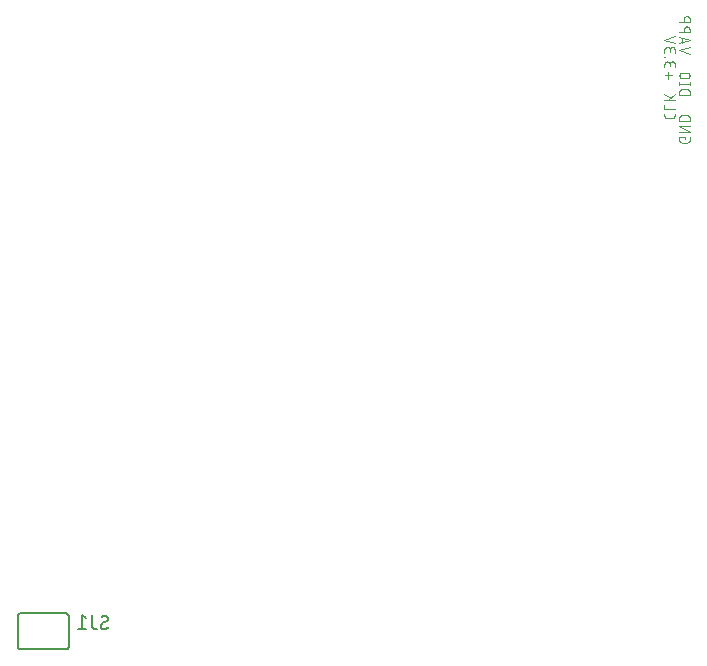
<source format=gbo>
G04 EAGLE Gerber RS-274X export*
G75*
%MOMM*%
%FSLAX34Y34*%
%LPD*%
%INBottom Silkscreen*%
%IPPOS*%
%AMOC8*
5,1,8,0,0,1.08239X$1,22.5*%
G01*
%ADD10C,0.101600*%
%ADD11C,0.152400*%
%ADD12C,0.127000*%


D10*
X606905Y829894D02*
X606905Y831333D01*
X602107Y831333D01*
X602107Y828454D01*
X602109Y828368D01*
X602115Y828282D01*
X602124Y828196D01*
X602138Y828111D01*
X602155Y828027D01*
X602176Y827943D01*
X602201Y827861D01*
X602229Y827780D01*
X602261Y827700D01*
X602297Y827621D01*
X602336Y827545D01*
X602379Y827470D01*
X602424Y827397D01*
X602473Y827326D01*
X602526Y827258D01*
X602581Y827191D01*
X602639Y827128D01*
X602700Y827067D01*
X602763Y827009D01*
X602830Y826954D01*
X602898Y826901D01*
X602969Y826852D01*
X603042Y826807D01*
X603117Y826764D01*
X603193Y826725D01*
X603272Y826689D01*
X603352Y826657D01*
X603433Y826629D01*
X603515Y826604D01*
X603599Y826583D01*
X603683Y826566D01*
X603768Y826552D01*
X603854Y826543D01*
X603940Y826537D01*
X604026Y826535D01*
X608824Y826535D01*
X608910Y826537D01*
X608996Y826543D01*
X609082Y826552D01*
X609167Y826566D01*
X609251Y826583D01*
X609335Y826604D01*
X609417Y826629D01*
X609498Y826657D01*
X609578Y826689D01*
X609657Y826725D01*
X609733Y826764D01*
X609808Y826807D01*
X609881Y826852D01*
X609952Y826901D01*
X610020Y826954D01*
X610087Y827009D01*
X610150Y827067D01*
X610211Y827128D01*
X610269Y827191D01*
X610324Y827258D01*
X610376Y827326D01*
X610426Y827397D01*
X610471Y827470D01*
X610514Y827545D01*
X610553Y827621D01*
X610589Y827700D01*
X610621Y827780D01*
X610649Y827861D01*
X610674Y827943D01*
X610695Y828027D01*
X610712Y828111D01*
X610726Y828196D01*
X610735Y828282D01*
X610741Y828368D01*
X610743Y828454D01*
X610743Y831333D01*
X610743Y835801D02*
X602107Y835801D01*
X602107Y840599D02*
X610743Y835801D01*
X610743Y840599D02*
X602107Y840599D01*
X602107Y845067D02*
X610743Y845067D01*
X610743Y847466D01*
X610741Y847563D01*
X610735Y847659D01*
X610726Y847755D01*
X610712Y847851D01*
X610695Y847946D01*
X610673Y848040D01*
X610648Y848133D01*
X610620Y848226D01*
X610587Y848317D01*
X610551Y848406D01*
X610511Y848494D01*
X610468Y848581D01*
X610422Y848666D01*
X610372Y848748D01*
X610318Y848829D01*
X610262Y848907D01*
X610202Y848983D01*
X610140Y849057D01*
X610074Y849128D01*
X610006Y849196D01*
X609935Y849262D01*
X609861Y849324D01*
X609785Y849384D01*
X609707Y849440D01*
X609626Y849494D01*
X609544Y849544D01*
X609459Y849590D01*
X609372Y849633D01*
X609284Y849673D01*
X609195Y849709D01*
X609104Y849742D01*
X609011Y849770D01*
X608918Y849795D01*
X608824Y849817D01*
X608729Y849834D01*
X608633Y849848D01*
X608537Y849857D01*
X608441Y849863D01*
X608344Y849865D01*
X604506Y849865D01*
X604409Y849863D01*
X604313Y849857D01*
X604217Y849848D01*
X604121Y849834D01*
X604026Y849817D01*
X603932Y849795D01*
X603839Y849770D01*
X603746Y849742D01*
X603655Y849709D01*
X603566Y849673D01*
X603478Y849633D01*
X603391Y849590D01*
X603307Y849544D01*
X603224Y849494D01*
X603143Y849440D01*
X603065Y849384D01*
X602989Y849324D01*
X602915Y849262D01*
X602844Y849196D01*
X602776Y849128D01*
X602710Y849057D01*
X602648Y848983D01*
X602588Y848907D01*
X602532Y848829D01*
X602478Y848748D01*
X602428Y848666D01*
X602382Y848581D01*
X602339Y848494D01*
X602299Y848406D01*
X602263Y848317D01*
X602230Y848226D01*
X602202Y848133D01*
X602177Y848040D01*
X602155Y847946D01*
X602138Y847851D01*
X602124Y847755D01*
X602115Y847659D01*
X602109Y847563D01*
X602107Y847466D01*
X602107Y845067D01*
X589407Y849153D02*
X589407Y851072D01*
X589407Y849153D02*
X589409Y849067D01*
X589415Y848981D01*
X589424Y848895D01*
X589438Y848810D01*
X589455Y848726D01*
X589476Y848642D01*
X589501Y848560D01*
X589529Y848479D01*
X589561Y848399D01*
X589597Y848320D01*
X589636Y848244D01*
X589679Y848169D01*
X589724Y848096D01*
X589773Y848025D01*
X589826Y847957D01*
X589881Y847890D01*
X589939Y847827D01*
X590000Y847766D01*
X590063Y847708D01*
X590130Y847653D01*
X590198Y847600D01*
X590269Y847551D01*
X590342Y847506D01*
X590417Y847463D01*
X590493Y847424D01*
X590572Y847388D01*
X590652Y847356D01*
X590733Y847328D01*
X590815Y847303D01*
X590899Y847282D01*
X590983Y847265D01*
X591068Y847251D01*
X591154Y847242D01*
X591240Y847236D01*
X591326Y847234D01*
X596124Y847234D01*
X596210Y847236D01*
X596296Y847242D01*
X596382Y847251D01*
X596467Y847265D01*
X596551Y847282D01*
X596635Y847303D01*
X596717Y847328D01*
X596798Y847356D01*
X596878Y847388D01*
X596957Y847424D01*
X597033Y847463D01*
X597108Y847506D01*
X597181Y847551D01*
X597252Y847600D01*
X597320Y847653D01*
X597387Y847708D01*
X597450Y847766D01*
X597511Y847827D01*
X597569Y847890D01*
X597624Y847957D01*
X597676Y848025D01*
X597726Y848096D01*
X597771Y848169D01*
X597814Y848244D01*
X597853Y848320D01*
X597889Y848399D01*
X597921Y848479D01*
X597949Y848560D01*
X597974Y848642D01*
X597995Y848726D01*
X598012Y848810D01*
X598026Y848895D01*
X598035Y848981D01*
X598041Y849067D01*
X598043Y849153D01*
X598043Y851072D01*
X598043Y854811D02*
X589407Y854811D01*
X589407Y858649D01*
X589407Y862469D02*
X598043Y862469D01*
X598043Y867267D02*
X592765Y862469D01*
X594685Y864388D02*
X589407Y867267D01*
X602107Y866807D02*
X610743Y866807D01*
X610743Y869206D01*
X610741Y869303D01*
X610735Y869399D01*
X610726Y869495D01*
X610712Y869591D01*
X610695Y869686D01*
X610673Y869780D01*
X610648Y869873D01*
X610620Y869966D01*
X610587Y870057D01*
X610551Y870146D01*
X610511Y870234D01*
X610468Y870321D01*
X610422Y870406D01*
X610372Y870488D01*
X610318Y870569D01*
X610262Y870647D01*
X610202Y870723D01*
X610140Y870797D01*
X610074Y870868D01*
X610006Y870936D01*
X609935Y871002D01*
X609861Y871064D01*
X609785Y871124D01*
X609707Y871180D01*
X609626Y871234D01*
X609544Y871284D01*
X609459Y871330D01*
X609372Y871373D01*
X609284Y871413D01*
X609195Y871449D01*
X609104Y871482D01*
X609011Y871510D01*
X608918Y871535D01*
X608824Y871557D01*
X608729Y871574D01*
X608633Y871588D01*
X608537Y871597D01*
X608441Y871603D01*
X608344Y871605D01*
X604506Y871605D01*
X604409Y871603D01*
X604313Y871597D01*
X604217Y871588D01*
X604121Y871574D01*
X604026Y871557D01*
X603932Y871535D01*
X603839Y871510D01*
X603746Y871482D01*
X603655Y871449D01*
X603566Y871413D01*
X603478Y871373D01*
X603391Y871330D01*
X603307Y871284D01*
X603224Y871234D01*
X603143Y871180D01*
X603065Y871124D01*
X602989Y871064D01*
X602915Y871002D01*
X602844Y870936D01*
X602776Y870868D01*
X602710Y870797D01*
X602648Y870723D01*
X602588Y870647D01*
X602532Y870569D01*
X602478Y870488D01*
X602428Y870406D01*
X602382Y870321D01*
X602339Y870234D01*
X602299Y870146D01*
X602263Y870057D01*
X602230Y869966D01*
X602202Y869873D01*
X602177Y869780D01*
X602155Y869686D01*
X602138Y869591D01*
X602124Y869495D01*
X602115Y869399D01*
X602109Y869303D01*
X602107Y869206D01*
X602107Y866807D01*
X602107Y876445D02*
X610743Y876445D01*
X602107Y875485D02*
X602107Y877404D01*
X610743Y877404D02*
X610743Y875485D01*
X608344Y880995D02*
X604506Y880995D01*
X608344Y880995D02*
X608441Y880997D01*
X608537Y881003D01*
X608633Y881012D01*
X608729Y881026D01*
X608824Y881043D01*
X608918Y881065D01*
X609011Y881090D01*
X609104Y881118D01*
X609195Y881151D01*
X609284Y881187D01*
X609372Y881227D01*
X609459Y881270D01*
X609544Y881316D01*
X609626Y881366D01*
X609707Y881420D01*
X609785Y881476D01*
X609861Y881536D01*
X609935Y881598D01*
X610006Y881664D01*
X610074Y881732D01*
X610140Y881803D01*
X610202Y881877D01*
X610262Y881953D01*
X610318Y882031D01*
X610372Y882112D01*
X610422Y882195D01*
X610468Y882279D01*
X610511Y882366D01*
X610551Y882454D01*
X610587Y882543D01*
X610620Y882634D01*
X610648Y882727D01*
X610673Y882820D01*
X610695Y882914D01*
X610712Y883009D01*
X610726Y883105D01*
X610735Y883201D01*
X610741Y883297D01*
X610743Y883394D01*
X610741Y883491D01*
X610735Y883587D01*
X610726Y883683D01*
X610712Y883779D01*
X610695Y883874D01*
X610673Y883968D01*
X610648Y884061D01*
X610620Y884154D01*
X610587Y884245D01*
X610551Y884334D01*
X610511Y884422D01*
X610468Y884509D01*
X610422Y884594D01*
X610372Y884676D01*
X610318Y884757D01*
X610262Y884835D01*
X610202Y884911D01*
X610140Y884985D01*
X610074Y885056D01*
X610006Y885124D01*
X609935Y885190D01*
X609861Y885252D01*
X609785Y885312D01*
X609707Y885368D01*
X609626Y885422D01*
X609544Y885472D01*
X609459Y885518D01*
X609372Y885561D01*
X609284Y885601D01*
X609195Y885637D01*
X609104Y885670D01*
X609011Y885698D01*
X608918Y885723D01*
X608824Y885745D01*
X608729Y885762D01*
X608633Y885776D01*
X608537Y885785D01*
X608441Y885791D01*
X608344Y885793D01*
X604506Y885793D01*
X604409Y885791D01*
X604313Y885785D01*
X604217Y885776D01*
X604121Y885762D01*
X604026Y885745D01*
X603932Y885723D01*
X603839Y885698D01*
X603746Y885670D01*
X603655Y885637D01*
X603566Y885601D01*
X603478Y885561D01*
X603391Y885518D01*
X603307Y885472D01*
X603224Y885422D01*
X603143Y885368D01*
X603065Y885312D01*
X602989Y885252D01*
X602915Y885190D01*
X602844Y885124D01*
X602776Y885056D01*
X602710Y884985D01*
X602648Y884911D01*
X602588Y884835D01*
X602532Y884757D01*
X602478Y884676D01*
X602428Y884594D01*
X602382Y884509D01*
X602339Y884422D01*
X602299Y884334D01*
X602263Y884245D01*
X602230Y884154D01*
X602202Y884061D01*
X602177Y883968D01*
X602155Y883874D01*
X602138Y883779D01*
X602124Y883683D01*
X602115Y883587D01*
X602109Y883491D01*
X602107Y883394D01*
X602109Y883297D01*
X602115Y883201D01*
X602124Y883105D01*
X602138Y883009D01*
X602155Y882914D01*
X602177Y882820D01*
X602202Y882727D01*
X602230Y882634D01*
X602263Y882543D01*
X602299Y882454D01*
X602339Y882366D01*
X602382Y882279D01*
X602428Y882195D01*
X602478Y882112D01*
X602532Y882031D01*
X602588Y881953D01*
X602648Y881877D01*
X602710Y881803D01*
X602776Y881732D01*
X602844Y881664D01*
X602915Y881598D01*
X602989Y881536D01*
X603065Y881476D01*
X603143Y881420D01*
X603224Y881366D01*
X603307Y881316D01*
X603391Y881270D01*
X603478Y881227D01*
X603566Y881187D01*
X603655Y881151D01*
X603746Y881118D01*
X603839Y881090D01*
X603932Y881065D01*
X604026Y881043D01*
X604121Y881026D01*
X604217Y881012D01*
X604313Y881003D01*
X604409Y880997D01*
X604506Y880995D01*
X592765Y880589D02*
X592765Y886347D01*
X589887Y883468D02*
X595644Y883468D01*
X589407Y890335D02*
X589407Y892734D01*
X589409Y892831D01*
X589415Y892927D01*
X589424Y893023D01*
X589438Y893119D01*
X589455Y893214D01*
X589477Y893308D01*
X589502Y893401D01*
X589530Y893494D01*
X589563Y893585D01*
X589599Y893674D01*
X589639Y893762D01*
X589682Y893849D01*
X589728Y893934D01*
X589778Y894016D01*
X589832Y894097D01*
X589888Y894175D01*
X589948Y894251D01*
X590010Y894325D01*
X590076Y894396D01*
X590144Y894464D01*
X590215Y894530D01*
X590289Y894592D01*
X590365Y894652D01*
X590443Y894708D01*
X590524Y894762D01*
X590607Y894812D01*
X590691Y894858D01*
X590778Y894901D01*
X590866Y894941D01*
X590955Y894977D01*
X591046Y895010D01*
X591139Y895038D01*
X591232Y895063D01*
X591326Y895085D01*
X591421Y895102D01*
X591517Y895116D01*
X591613Y895125D01*
X591709Y895131D01*
X591806Y895133D01*
X591903Y895131D01*
X591999Y895125D01*
X592095Y895116D01*
X592191Y895102D01*
X592286Y895085D01*
X592380Y895063D01*
X592473Y895038D01*
X592566Y895010D01*
X592657Y894977D01*
X592746Y894941D01*
X592834Y894901D01*
X592921Y894858D01*
X593006Y894812D01*
X593088Y894762D01*
X593169Y894708D01*
X593247Y894652D01*
X593323Y894592D01*
X593397Y894530D01*
X593468Y894464D01*
X593536Y894396D01*
X593602Y894325D01*
X593664Y894251D01*
X593724Y894175D01*
X593780Y894097D01*
X593834Y894016D01*
X593884Y893934D01*
X593930Y893849D01*
X593973Y893762D01*
X594013Y893674D01*
X594049Y893585D01*
X594082Y893494D01*
X594110Y893401D01*
X594135Y893308D01*
X594157Y893214D01*
X594174Y893119D01*
X594188Y893023D01*
X594197Y892927D01*
X594203Y892831D01*
X594205Y892734D01*
X598043Y893214D02*
X598043Y890335D01*
X598043Y893214D02*
X598041Y893300D01*
X598035Y893386D01*
X598026Y893472D01*
X598012Y893557D01*
X597995Y893641D01*
X597974Y893725D01*
X597949Y893807D01*
X597921Y893888D01*
X597889Y893968D01*
X597853Y894047D01*
X597814Y894123D01*
X597771Y894198D01*
X597726Y894271D01*
X597677Y894342D01*
X597624Y894410D01*
X597569Y894477D01*
X597511Y894540D01*
X597450Y894601D01*
X597387Y894659D01*
X597320Y894714D01*
X597252Y894767D01*
X597181Y894816D01*
X597108Y894861D01*
X597033Y894904D01*
X596957Y894943D01*
X596878Y894979D01*
X596798Y895011D01*
X596717Y895039D01*
X596635Y895064D01*
X596551Y895085D01*
X596467Y895102D01*
X596382Y895116D01*
X596296Y895125D01*
X596210Y895131D01*
X596124Y895133D01*
X596038Y895131D01*
X595952Y895125D01*
X595866Y895116D01*
X595781Y895102D01*
X595697Y895085D01*
X595613Y895064D01*
X595531Y895039D01*
X595450Y895011D01*
X595370Y894979D01*
X595291Y894943D01*
X595215Y894904D01*
X595140Y894861D01*
X595067Y894816D01*
X594996Y894767D01*
X594928Y894714D01*
X594861Y894659D01*
X594798Y894601D01*
X594737Y894540D01*
X594679Y894477D01*
X594624Y894410D01*
X594571Y894342D01*
X594522Y894271D01*
X594477Y894198D01*
X594434Y894123D01*
X594395Y894047D01*
X594359Y893968D01*
X594327Y893888D01*
X594299Y893807D01*
X594274Y893725D01*
X594253Y893641D01*
X594236Y893557D01*
X594222Y893472D01*
X594213Y893386D01*
X594207Y893300D01*
X594205Y893214D01*
X594205Y891295D01*
X589887Y898575D02*
X589407Y898575D01*
X589887Y898575D02*
X589887Y899054D01*
X589407Y899054D01*
X589407Y898575D01*
X589407Y902496D02*
X589407Y904895D01*
X589409Y904992D01*
X589415Y905088D01*
X589424Y905184D01*
X589438Y905280D01*
X589455Y905375D01*
X589477Y905469D01*
X589502Y905562D01*
X589530Y905655D01*
X589563Y905746D01*
X589599Y905835D01*
X589639Y905923D01*
X589682Y906010D01*
X589728Y906095D01*
X589778Y906177D01*
X589832Y906258D01*
X589888Y906336D01*
X589948Y906412D01*
X590010Y906486D01*
X590076Y906557D01*
X590144Y906625D01*
X590215Y906691D01*
X590289Y906753D01*
X590365Y906813D01*
X590443Y906869D01*
X590524Y906923D01*
X590607Y906973D01*
X590691Y907019D01*
X590778Y907062D01*
X590866Y907102D01*
X590955Y907138D01*
X591046Y907171D01*
X591139Y907199D01*
X591232Y907224D01*
X591326Y907246D01*
X591421Y907263D01*
X591517Y907277D01*
X591613Y907286D01*
X591709Y907292D01*
X591806Y907294D01*
X591903Y907292D01*
X591999Y907286D01*
X592095Y907277D01*
X592191Y907263D01*
X592286Y907246D01*
X592380Y907224D01*
X592473Y907199D01*
X592566Y907171D01*
X592657Y907138D01*
X592746Y907102D01*
X592834Y907062D01*
X592921Y907019D01*
X593006Y906973D01*
X593088Y906923D01*
X593169Y906869D01*
X593247Y906813D01*
X593323Y906753D01*
X593397Y906691D01*
X593468Y906625D01*
X593536Y906557D01*
X593602Y906486D01*
X593664Y906412D01*
X593724Y906336D01*
X593780Y906258D01*
X593834Y906177D01*
X593884Y906095D01*
X593930Y906010D01*
X593973Y905923D01*
X594013Y905835D01*
X594049Y905746D01*
X594082Y905655D01*
X594110Y905562D01*
X594135Y905469D01*
X594157Y905375D01*
X594174Y905280D01*
X594188Y905184D01*
X594197Y905088D01*
X594203Y904992D01*
X594205Y904895D01*
X598043Y905375D02*
X598043Y902496D01*
X598043Y905375D02*
X598041Y905461D01*
X598035Y905547D01*
X598026Y905633D01*
X598012Y905718D01*
X597995Y905802D01*
X597974Y905886D01*
X597949Y905968D01*
X597921Y906049D01*
X597889Y906129D01*
X597853Y906208D01*
X597814Y906284D01*
X597771Y906359D01*
X597726Y906432D01*
X597677Y906503D01*
X597624Y906571D01*
X597569Y906638D01*
X597511Y906701D01*
X597450Y906762D01*
X597387Y906820D01*
X597320Y906875D01*
X597252Y906928D01*
X597181Y906977D01*
X597108Y907022D01*
X597033Y907065D01*
X596957Y907104D01*
X596878Y907140D01*
X596798Y907172D01*
X596717Y907200D01*
X596635Y907225D01*
X596551Y907246D01*
X596467Y907263D01*
X596382Y907277D01*
X596296Y907286D01*
X596210Y907292D01*
X596124Y907294D01*
X596038Y907292D01*
X595952Y907286D01*
X595866Y907277D01*
X595781Y907263D01*
X595697Y907246D01*
X595613Y907225D01*
X595531Y907200D01*
X595450Y907172D01*
X595370Y907140D01*
X595291Y907104D01*
X595215Y907065D01*
X595140Y907022D01*
X595067Y906977D01*
X594996Y906928D01*
X594928Y906875D01*
X594861Y906820D01*
X594798Y906762D01*
X594737Y906701D01*
X594679Y906638D01*
X594624Y906571D01*
X594571Y906503D01*
X594522Y906432D01*
X594477Y906359D01*
X594434Y906284D01*
X594395Y906208D01*
X594359Y906129D01*
X594327Y906049D01*
X594299Y905968D01*
X594274Y905886D01*
X594253Y905802D01*
X594236Y905718D01*
X594222Y905633D01*
X594213Y905547D01*
X594207Y905461D01*
X594205Y905375D01*
X594205Y903456D01*
X598043Y910703D02*
X589407Y913582D01*
X598043Y916461D01*
X602107Y904565D02*
X610743Y901687D01*
X610743Y907444D02*
X602107Y904565D01*
X602107Y910374D02*
X610743Y913252D01*
X602107Y916131D01*
X604266Y915411D02*
X604266Y911093D01*
X602107Y919979D02*
X610743Y919979D01*
X610743Y922378D01*
X610741Y922475D01*
X610735Y922571D01*
X610726Y922667D01*
X610712Y922763D01*
X610695Y922858D01*
X610673Y922952D01*
X610648Y923045D01*
X610620Y923138D01*
X610587Y923229D01*
X610551Y923318D01*
X610511Y923406D01*
X610468Y923493D01*
X610422Y923578D01*
X610372Y923660D01*
X610318Y923741D01*
X610262Y923819D01*
X610202Y923895D01*
X610140Y923969D01*
X610074Y924040D01*
X610006Y924108D01*
X609935Y924174D01*
X609861Y924236D01*
X609785Y924296D01*
X609707Y924352D01*
X609626Y924406D01*
X609544Y924456D01*
X609459Y924502D01*
X609372Y924545D01*
X609284Y924585D01*
X609195Y924621D01*
X609104Y924654D01*
X609011Y924682D01*
X608918Y924707D01*
X608824Y924729D01*
X608729Y924746D01*
X608633Y924760D01*
X608537Y924769D01*
X608441Y924775D01*
X608344Y924777D01*
X608247Y924775D01*
X608151Y924769D01*
X608055Y924760D01*
X607959Y924746D01*
X607864Y924729D01*
X607770Y924707D01*
X607677Y924682D01*
X607584Y924654D01*
X607493Y924621D01*
X607404Y924585D01*
X607316Y924545D01*
X607229Y924502D01*
X607145Y924456D01*
X607062Y924406D01*
X606981Y924352D01*
X606903Y924296D01*
X606827Y924236D01*
X606753Y924174D01*
X606682Y924108D01*
X606614Y924040D01*
X606548Y923969D01*
X606486Y923895D01*
X606426Y923819D01*
X606370Y923741D01*
X606316Y923660D01*
X606266Y923578D01*
X606220Y923493D01*
X606177Y923406D01*
X606137Y923318D01*
X606101Y923229D01*
X606068Y923138D01*
X606040Y923045D01*
X606015Y922952D01*
X605993Y922858D01*
X605976Y922763D01*
X605962Y922667D01*
X605953Y922571D01*
X605947Y922475D01*
X605945Y922378D01*
X605945Y919979D01*
X602107Y928665D02*
X610743Y928665D01*
X610743Y931064D01*
X610741Y931161D01*
X610735Y931257D01*
X610726Y931353D01*
X610712Y931449D01*
X610695Y931544D01*
X610673Y931638D01*
X610648Y931731D01*
X610620Y931824D01*
X610587Y931915D01*
X610551Y932004D01*
X610511Y932092D01*
X610468Y932179D01*
X610422Y932264D01*
X610372Y932346D01*
X610318Y932427D01*
X610262Y932505D01*
X610202Y932581D01*
X610140Y932655D01*
X610074Y932726D01*
X610006Y932794D01*
X609935Y932860D01*
X609861Y932922D01*
X609785Y932982D01*
X609707Y933038D01*
X609626Y933092D01*
X609544Y933142D01*
X609459Y933188D01*
X609372Y933231D01*
X609284Y933271D01*
X609195Y933307D01*
X609104Y933340D01*
X609011Y933368D01*
X608918Y933393D01*
X608824Y933415D01*
X608729Y933432D01*
X608633Y933446D01*
X608537Y933455D01*
X608441Y933461D01*
X608344Y933463D01*
X608247Y933461D01*
X608151Y933455D01*
X608055Y933446D01*
X607959Y933432D01*
X607864Y933415D01*
X607770Y933393D01*
X607677Y933368D01*
X607584Y933340D01*
X607493Y933307D01*
X607404Y933271D01*
X607316Y933231D01*
X607229Y933188D01*
X607145Y933142D01*
X607062Y933092D01*
X606981Y933038D01*
X606903Y932982D01*
X606827Y932922D01*
X606753Y932860D01*
X606682Y932794D01*
X606614Y932726D01*
X606548Y932655D01*
X606486Y932581D01*
X606426Y932505D01*
X606370Y932427D01*
X606316Y932346D01*
X606266Y932264D01*
X606220Y932179D01*
X606177Y932092D01*
X606137Y932004D01*
X606101Y931915D01*
X606068Y931824D01*
X606040Y931731D01*
X606015Y931638D01*
X605993Y931544D01*
X605976Y931449D01*
X605962Y931353D01*
X605953Y931257D01*
X605947Y931161D01*
X605945Y931064D01*
X605945Y928665D01*
D11*
X82550Y427990D02*
X44450Y427990D01*
X82550Y397510D02*
X82650Y397512D01*
X82749Y397518D01*
X82849Y397528D01*
X82947Y397541D01*
X83046Y397559D01*
X83143Y397580D01*
X83239Y397605D01*
X83335Y397634D01*
X83429Y397667D01*
X83522Y397703D01*
X83613Y397743D01*
X83703Y397787D01*
X83791Y397834D01*
X83877Y397884D01*
X83961Y397938D01*
X84043Y397995D01*
X84122Y398055D01*
X84200Y398119D01*
X84274Y398185D01*
X84346Y398254D01*
X84415Y398326D01*
X84481Y398400D01*
X84545Y398478D01*
X84605Y398557D01*
X84662Y398639D01*
X84716Y398723D01*
X84766Y398809D01*
X84813Y398897D01*
X84857Y398987D01*
X84897Y399078D01*
X84933Y399171D01*
X84966Y399265D01*
X84995Y399361D01*
X85020Y399457D01*
X85041Y399554D01*
X85059Y399653D01*
X85072Y399751D01*
X85082Y399851D01*
X85088Y399950D01*
X85090Y400050D01*
X44450Y397510D02*
X44350Y397512D01*
X44251Y397518D01*
X44151Y397528D01*
X44053Y397541D01*
X43954Y397559D01*
X43857Y397580D01*
X43761Y397605D01*
X43665Y397634D01*
X43571Y397667D01*
X43478Y397703D01*
X43387Y397743D01*
X43297Y397787D01*
X43209Y397834D01*
X43123Y397884D01*
X43039Y397938D01*
X42957Y397995D01*
X42878Y398055D01*
X42800Y398119D01*
X42726Y398185D01*
X42654Y398254D01*
X42585Y398326D01*
X42519Y398400D01*
X42455Y398478D01*
X42395Y398557D01*
X42338Y398639D01*
X42284Y398723D01*
X42234Y398809D01*
X42187Y398897D01*
X42143Y398987D01*
X42103Y399078D01*
X42067Y399171D01*
X42034Y399265D01*
X42005Y399361D01*
X41980Y399457D01*
X41959Y399554D01*
X41941Y399653D01*
X41928Y399751D01*
X41918Y399851D01*
X41912Y399950D01*
X41910Y400050D01*
X41910Y425450D02*
X41912Y425550D01*
X41918Y425649D01*
X41928Y425749D01*
X41941Y425847D01*
X41959Y425946D01*
X41980Y426043D01*
X42005Y426139D01*
X42034Y426235D01*
X42067Y426329D01*
X42103Y426422D01*
X42143Y426513D01*
X42187Y426603D01*
X42234Y426691D01*
X42284Y426777D01*
X42338Y426861D01*
X42395Y426943D01*
X42455Y427022D01*
X42519Y427100D01*
X42585Y427174D01*
X42654Y427246D01*
X42726Y427315D01*
X42800Y427381D01*
X42878Y427445D01*
X42957Y427505D01*
X43039Y427562D01*
X43123Y427616D01*
X43209Y427666D01*
X43297Y427713D01*
X43387Y427757D01*
X43478Y427797D01*
X43571Y427833D01*
X43665Y427866D01*
X43761Y427895D01*
X43857Y427920D01*
X43954Y427941D01*
X44053Y427959D01*
X44151Y427972D01*
X44251Y427982D01*
X44350Y427988D01*
X44450Y427990D01*
X82550Y427990D02*
X82650Y427988D01*
X82749Y427982D01*
X82849Y427972D01*
X82947Y427959D01*
X83046Y427941D01*
X83143Y427920D01*
X83239Y427895D01*
X83335Y427866D01*
X83429Y427833D01*
X83522Y427797D01*
X83613Y427757D01*
X83703Y427713D01*
X83791Y427666D01*
X83877Y427616D01*
X83961Y427562D01*
X84043Y427505D01*
X84122Y427445D01*
X84200Y427381D01*
X84274Y427315D01*
X84346Y427246D01*
X84415Y427174D01*
X84481Y427100D01*
X84545Y427022D01*
X84605Y426943D01*
X84662Y426861D01*
X84716Y426777D01*
X84766Y426691D01*
X84813Y426603D01*
X84857Y426513D01*
X84897Y426422D01*
X84933Y426329D01*
X84966Y426235D01*
X84995Y426139D01*
X85020Y426043D01*
X85041Y425946D01*
X85059Y425847D01*
X85072Y425749D01*
X85082Y425649D01*
X85088Y425550D01*
X85090Y425450D01*
X85090Y400050D01*
X41910Y400050D02*
X41910Y425450D01*
X44450Y397510D02*
X82550Y397510D01*
D12*
X112395Y417195D02*
X112397Y417095D01*
X112403Y416996D01*
X112413Y416896D01*
X112426Y416798D01*
X112444Y416699D01*
X112465Y416602D01*
X112490Y416506D01*
X112519Y416410D01*
X112552Y416316D01*
X112588Y416223D01*
X112628Y416132D01*
X112672Y416042D01*
X112719Y415954D01*
X112769Y415868D01*
X112823Y415784D01*
X112880Y415702D01*
X112940Y415623D01*
X113004Y415545D01*
X113070Y415471D01*
X113139Y415399D01*
X113211Y415330D01*
X113285Y415264D01*
X113363Y415200D01*
X113442Y415140D01*
X113524Y415083D01*
X113608Y415029D01*
X113694Y414979D01*
X113782Y414932D01*
X113872Y414888D01*
X113963Y414848D01*
X114056Y414812D01*
X114150Y414779D01*
X114246Y414750D01*
X114342Y414725D01*
X114439Y414704D01*
X114538Y414686D01*
X114636Y414673D01*
X114736Y414663D01*
X114835Y414657D01*
X114935Y414655D01*
X115076Y414657D01*
X115217Y414662D01*
X115358Y414672D01*
X115499Y414685D01*
X115639Y414701D01*
X115779Y414722D01*
X115918Y414746D01*
X116057Y414774D01*
X116194Y414805D01*
X116331Y414840D01*
X116467Y414878D01*
X116602Y414920D01*
X116735Y414966D01*
X116868Y415015D01*
X116999Y415068D01*
X117128Y415124D01*
X117257Y415183D01*
X117383Y415246D01*
X117508Y415312D01*
X117631Y415381D01*
X117752Y415454D01*
X117871Y415530D01*
X117989Y415609D01*
X118104Y415690D01*
X118216Y415775D01*
X118327Y415863D01*
X118435Y415954D01*
X118541Y416047D01*
X118644Y416144D01*
X118745Y416243D01*
X118427Y423545D02*
X118425Y423645D01*
X118419Y423744D01*
X118409Y423844D01*
X118396Y423942D01*
X118378Y424041D01*
X118357Y424138D01*
X118332Y424234D01*
X118303Y424330D01*
X118270Y424424D01*
X118234Y424517D01*
X118194Y424608D01*
X118150Y424698D01*
X118103Y424786D01*
X118053Y424872D01*
X117999Y424956D01*
X117942Y425038D01*
X117882Y425117D01*
X117818Y425195D01*
X117752Y425269D01*
X117683Y425341D01*
X117611Y425410D01*
X117537Y425476D01*
X117459Y425540D01*
X117380Y425600D01*
X117298Y425657D01*
X117214Y425711D01*
X117128Y425761D01*
X117040Y425808D01*
X116950Y425852D01*
X116859Y425892D01*
X116766Y425928D01*
X116672Y425961D01*
X116576Y425990D01*
X116480Y426015D01*
X116383Y426036D01*
X116284Y426054D01*
X116186Y426067D01*
X116086Y426077D01*
X115987Y426083D01*
X115887Y426085D01*
X115887Y426086D02*
X115754Y426084D01*
X115621Y426079D01*
X115488Y426069D01*
X115355Y426056D01*
X115223Y426039D01*
X115091Y426019D01*
X114960Y425995D01*
X114830Y425967D01*
X114700Y425936D01*
X114572Y425901D01*
X114444Y425862D01*
X114318Y425820D01*
X114193Y425774D01*
X114069Y425725D01*
X113946Y425673D01*
X113825Y425617D01*
X113706Y425557D01*
X113588Y425495D01*
X113473Y425429D01*
X113359Y425360D01*
X113247Y425287D01*
X113137Y425212D01*
X113029Y425133D01*
X117158Y421322D02*
X117242Y421374D01*
X117325Y421429D01*
X117405Y421488D01*
X117483Y421549D01*
X117558Y421613D01*
X117631Y421681D01*
X117702Y421751D01*
X117769Y421823D01*
X117834Y421898D01*
X117896Y421976D01*
X117955Y422056D01*
X118011Y422138D01*
X118063Y422222D01*
X118112Y422308D01*
X118158Y422396D01*
X118201Y422486D01*
X118240Y422577D01*
X118275Y422670D01*
X118307Y422764D01*
X118335Y422859D01*
X118360Y422955D01*
X118380Y423052D01*
X118398Y423150D01*
X118411Y423248D01*
X118420Y423347D01*
X118426Y423446D01*
X118428Y423545D01*
X113665Y419418D02*
X113581Y419366D01*
X113498Y419311D01*
X113418Y419252D01*
X113340Y419191D01*
X113265Y419127D01*
X113192Y419059D01*
X113121Y418989D01*
X113054Y418917D01*
X112989Y418842D01*
X112927Y418764D01*
X112868Y418684D01*
X112812Y418602D01*
X112760Y418518D01*
X112711Y418432D01*
X112665Y418344D01*
X112622Y418254D01*
X112583Y418163D01*
X112548Y418070D01*
X112516Y417976D01*
X112488Y417881D01*
X112463Y417785D01*
X112443Y417688D01*
X112425Y417590D01*
X112412Y417492D01*
X112403Y417393D01*
X112397Y417294D01*
X112395Y417195D01*
X113665Y419418D02*
X117157Y421323D01*
X105104Y417195D02*
X105104Y426085D01*
X105104Y417195D02*
X105106Y417095D01*
X105112Y416996D01*
X105122Y416896D01*
X105135Y416798D01*
X105153Y416699D01*
X105174Y416602D01*
X105199Y416506D01*
X105228Y416410D01*
X105261Y416316D01*
X105297Y416223D01*
X105337Y416132D01*
X105381Y416042D01*
X105428Y415954D01*
X105478Y415868D01*
X105532Y415784D01*
X105589Y415702D01*
X105649Y415623D01*
X105713Y415545D01*
X105779Y415471D01*
X105848Y415399D01*
X105920Y415330D01*
X105994Y415264D01*
X106072Y415200D01*
X106151Y415140D01*
X106233Y415083D01*
X106317Y415029D01*
X106403Y414979D01*
X106491Y414932D01*
X106581Y414888D01*
X106672Y414848D01*
X106765Y414812D01*
X106859Y414779D01*
X106955Y414750D01*
X107051Y414725D01*
X107148Y414704D01*
X107247Y414686D01*
X107345Y414673D01*
X107445Y414663D01*
X107544Y414657D01*
X107644Y414655D01*
X108914Y414655D01*
X99695Y423545D02*
X96520Y426085D01*
X96520Y414655D01*
X99695Y414655D02*
X93345Y414655D01*
M02*

</source>
